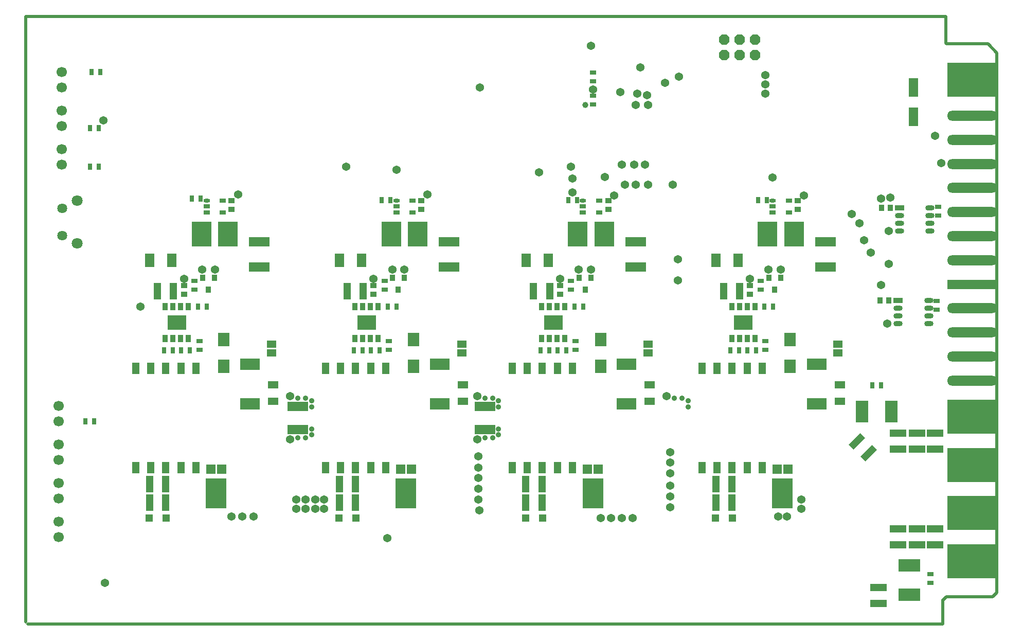
<source format=gts>
%FSTAX23Y23*%
%MOMM*%
%SFA1B1*%

%IPPOS*%
%AMD74*
4,1,4,-0.530860,-1.376680,1.376680,0.530860,0.530860,1.376680,-1.376680,-0.530860,-0.530860,-1.376680,0.0*
%
%AMD100*
4,1,8,0.419100,0.840740,-0.419100,0.840740,-0.840740,0.419100,-0.840740,-0.419100,-0.419100,-0.840740,0.419100,-0.840740,0.840740,-0.419100,0.840740,0.419100,0.419100,0.840740,0.0*
%
%ADD41C,0.499999*%
%ADD69R,0.799998X0.999998*%
%ADD70R,0.999998X0.799998*%
%ADD71R,3.599993X2.099996*%
%ADD72R,2.099996X3.599993*%
%ADD73R,2.699995X1.199998*%
G04~CAMADD=74~9~0.0~0.0~1063.0~472.4~0.0~0.0~0~0.0~0.0~0.0~0.0~0~0.0~0.0~0.0~0.0~0~0.0~0.0~0.0~225.0~1084.0~1083.0*
%ADD74D74*%
%ADD75R,3.399993X1.499997*%
%ADD76R,1.199998X2.699995*%
%ADD77R,0.859998X1.239998*%
%ADD78R,3.099994X2.359995*%
%ADD79R,1.899996X2.199996*%
%ADD80R,0.899998X0.999998*%
%ADD81R,1.799996X1.199998*%
%ADD82R,1.269997X1.979996*%
%ADD83R,1.299997X1.299997*%
%ADD84R,1.619997X2.279995*%
%ADD85R,3.199994X4.099992*%
%ADD86R,3.459993X4.959990*%
%ADD87R,1.489997X1.499997*%
%ADD88R,3.299993X1.899996*%
%ADD89R,1.499997X1.199998*%
%ADD90R,3.399993X1.649997*%
%ADD91O,1.099998X0.649999*%
%ADD92R,1.099998X0.649999*%
%ADD93R,0.999998X0.899998*%
%ADD94R,1.519997X3.119994*%
%ADD95R,1.499997X0.899998*%
%ADD96O,1.499997X0.899998*%
%ADD97R,8.229984X5.639989*%
%ADD98O,8.229984X1.629997*%
%ADD99R,8.229984X1.629997*%
G04~CAMADD=100~4~0.0~0.0~661.4~661.4~0.0~165.4~0~0.0~0.0~0.0~0.0~0~0.0~0.0~0.0~0.0~0~0.0~0.0~0.0~0.0~661.4~661.4*
%ADD100D100*%
%ADD101C,1.799996*%
%ADD102C,1.629997*%
%ADD103C,1.699997*%
%ADD104C,1.369997*%
%ADD105C,0.999998*%
%ADD106C,0.899998*%
%LNlv1-1*%
%LPD*%
G54D41*
X181859Y15239D02*
Y102869D01*
X181119Y14479D02*
X181859Y15219D01*
X181099Y14479D02*
X181119D01*
X173499D02*
X181099D01*
X173479Y14459D02*
X173499Y14479D01*
X172969Y13949D02*
X173479Y14459D01*
X172969Y09999D02*
Y13969D01*
X22349Y09999D02*
X172969D01*
X21999Y10409D02*
Y109979D01*
X22019Y109999D02*
X173479D01*
Y105659D02*
Y109999D01*
Y105659D02*
X173649Y105499D01*
X180089*
X180339*
X180429Y105409*
X181859Y103979*
Y103889D02*
Y103979D01*
Y102869D02*
Y103889D01*
G54D69*
X34019Y91689D03*
X32519D03*
X34019Y85339D03*
X32519D03*
X33259Y43429D03*
X31759D03*
X161299Y49279D03*
X162799D03*
X109489Y55039D03*
X110989D03*
X112279Y62229D03*
X113779D03*
X112759Y79759D03*
X111259D03*
X106689Y55039D03*
X108189D03*
X137929D03*
X139429D03*
X144009Y79759D03*
X142509D03*
X143519Y62229D03*
X145019D03*
X140729Y55039D03*
X142229D03*
X75959D03*
X77459D03*
X82029Y79759D03*
X80529D03*
X81549Y62229D03*
X83049D03*
X78749Y55039D03*
X80249D03*
X44719D03*
X46219D03*
X50789Y80009D03*
X49289D03*
X50299Y62229D03*
X51799D03*
X47509Y55039D03*
X49009D03*
X34279Y100839D03*
X32779D03*
G54D70*
X170939Y16779D03*
Y18279D03*
X111759Y65039D03*
Y66539D03*
X112519Y56629D03*
Y55129D03*
X143759Y56629D03*
Y55129D03*
X142999Y65039D03*
Y66539D03*
X81789Y56629D03*
Y55129D03*
X81029Y65039D03*
Y66539D03*
X50549Y56629D03*
Y55129D03*
X49779Y65039D03*
Y66539D03*
X115319Y95519D03*
Y97019D03*
Y99329D03*
Y100829D03*
X172209Y77229D03*
Y78729D03*
X171959Y63229D03*
Y61729D03*
G54D71*
X167389Y14819D03*
Y19719D03*
G54D72*
X159599Y44959D03*
X164499D03*
G54D73*
X171699Y23029D03*
Y25729D03*
X168659Y23029D03*
Y25729D03*
X165609Y23029D03*
Y25729D03*
X162309Y13379D03*
Y16079D03*
X171699Y38779D03*
Y41479D03*
X168659Y38779D03*
Y41479D03*
X165609Y38779D03*
Y41479D03*
G54D74*
X160719Y38159D03*
X158809Y40069D03*
G54D75*
X97539Y45839D03*
Y42039D03*
X66799Y45839D03*
Y42039D03*
G54D76*
X108279Y64769D03*
X105579D03*
X104309Y33019D03*
X107009D03*
X104309Y29969D03*
X107009D03*
X135559D03*
X138259D03*
X135559Y33019D03*
X138259D03*
X139529Y64769D03*
X136829D03*
X73579Y29969D03*
X76279D03*
X73579Y33019D03*
X76279D03*
X77549Y64769D03*
X74849D03*
X42339Y29969D03*
X45039D03*
X42339Y33019D03*
X45039D03*
X46309Y64769D03*
X43609D03*
G54D77*
X110739Y62229D03*
X109469D03*
X108199D03*
X106929D03*
X110739Y57019D03*
X109469D03*
X108199D03*
X106929D03*
X141989Y62229D03*
X140719D03*
X139449D03*
X138179D03*
X141989Y57019D03*
X140719D03*
X139449D03*
X138179D03*
X80009Y62229D03*
X78739D03*
X77469D03*
X76199D03*
X80009Y57019D03*
X78739D03*
X77469D03*
X76199D03*
X48769Y62229D03*
X47499D03*
X46229D03*
X44959D03*
X48769Y57019D03*
X47499D03*
X46229D03*
X44959D03*
G54D78*
X108839Y59629D03*
X140079D03*
X78109D03*
X46859D03*
G54D79*
X116589Y56809D03*
Y52409D03*
X147829Y56809D03*
Y52409D03*
X85849Y56809D03*
Y52409D03*
X54609Y56809D03*
Y52409D03*
G54D80*
X114049Y65039D03*
X115049Y67039D03*
X113049D03*
X145289Y65039D03*
X146289Y67039D03*
X144289D03*
X83309Y65039D03*
X84309Y67039D03*
X82309D03*
X52069Y65039D03*
X53069Y67039D03*
X51069D03*
X162619Y63249D03*
X164019D03*
X162879Y78489D03*
X164279D03*
G54D81*
X124709Y46659D03*
Y49359D03*
X155959Y46659D03*
Y49359D03*
X93979Y46659D03*
Y49359D03*
X62739Y46659D03*
Y49359D03*
G54D82*
X102049Y52129D03*
X104529D03*
X107009D03*
X109489D03*
X111969D03*
X102049Y35769D03*
X104529D03*
X107009D03*
X109489D03*
X111969D03*
X133299Y52129D03*
X135779D03*
X138259D03*
X140739D03*
X143219D03*
X133299Y35769D03*
X135779D03*
X138259D03*
X140739D03*
X143219D03*
X71319Y52129D03*
X73799D03*
X76279D03*
X78759D03*
X81239D03*
X71319Y35769D03*
X73799D03*
X76279D03*
X78759D03*
X81239D03*
X40079Y52129D03*
X42559D03*
X45039D03*
X47519D03*
X49999D03*
X40079Y35769D03*
X42559D03*
X45039D03*
X47519D03*
X49999D03*
G54D83*
X107059Y27429D03*
X104259D03*
X138309D03*
X135509D03*
X76329D03*
X73529D03*
X45089D03*
X42289D03*
G54D84*
X104329Y69849D03*
X108009D03*
X135569D03*
X139249D03*
X73599D03*
X77279D03*
X42359D03*
X46039D03*
G54D85*
X117259Y74169D03*
X112859D03*
X148499D03*
X144099D03*
X86529D03*
X82129D03*
X55289D03*
X50889D03*
G54D86*
X115319Y31499D03*
X146559D03*
X84579D03*
X53339D03*
G54D87*
X116239Y35479D03*
X114399D03*
X147479D03*
X145639D03*
X85499D03*
X83659D03*
X54259D03*
X52419D03*
G54D88*
X120899Y52779D03*
Y46279D03*
X152149Y52779D03*
Y46279D03*
X90169Y52779D03*
Y46279D03*
X58929Y52779D03*
Y46279D03*
G54D89*
X124459Y54619D03*
Y56119D03*
X155699Y54619D03*
Y56119D03*
X93729Y54619D03*
Y56119D03*
X62479Y54619D03*
Y56119D03*
G54D90*
X122429Y68769D03*
Y72969D03*
X153669Y68769D03*
Y72969D03*
X91689Y68769D03*
Y72969D03*
X60449Y68769D03*
Y72969D03*
G54D91*
X113709Y79689D03*
X144949D03*
X82979D03*
X51739D03*
G54D92*
X113709Y78739D03*
Y77789D03*
X116409Y79689D03*
Y77789D03*
X144949Y78739D03*
Y77789D03*
X147649Y79689D03*
Y77789D03*
X82979Y78739D03*
Y77789D03*
X85679Y79689D03*
Y77789D03*
X51739Y78739D03*
Y77789D03*
X54439Y79689D03*
Y77789D03*
G54D93*
X109979Y65719D03*
Y64319D03*
X117859Y79689D03*
Y78289D03*
X149099Y79689D03*
Y78289D03*
X141219Y65719D03*
Y64319D03*
X87119Y79689D03*
Y78289D03*
X79249Y65719D03*
Y64319D03*
X55879Y79689D03*
Y78289D03*
X48009Y65719D03*
Y64319D03*
G54D94*
X168149Y93549D03*
Y98359D03*
G54D95*
X165859Y78489D03*
X165609Y63249D03*
G54D96*
X165859Y77219D03*
Y75949D03*
Y74679D03*
X170859Y78489D03*
Y77219D03*
Y75949D03*
Y74679D03*
X165609Y61979D03*
Y60709D03*
Y59439D03*
X170609Y63249D03*
Y61979D03*
Y60709D03*
Y59439D03*
G54D97*
X177799Y20379D03*
Y28329D03*
Y36229D03*
Y44179D03*
Y99619D03*
G54D98*
X177799Y50089D03*
Y54059D03*
Y58019D03*
Y61979D03*
Y69909D03*
Y73869D03*
Y77829D03*
Y81789D03*
Y85759D03*
Y89719D03*
Y93679D03*
G54D99*
X177799Y65939D03*
G54D100*
X141989Y103629D03*
Y106169D03*
X139449Y103629D03*
Y106169D03*
X136909Y103629D03*
Y106169D03*
G54D101*
X30449Y79709D03*
Y72689D03*
G54D102*
X27969Y73949D03*
Y78449D03*
G54D103*
X27939Y100839D03*
Y98299D03*
Y91949D03*
Y94489D03*
Y85599D03*
Y88139D03*
X27429Y43429D03*
Y45969D03*
Y37079D03*
Y39619D03*
Y30729D03*
Y33269D03*
Y24379D03*
Y26919D03*
G54D104*
X127249Y99059D03*
X124459Y95499D03*
X119889Y97539D03*
X34799Y92959D03*
X115369Y97969D03*
X162809Y80009D03*
X164079Y74679D03*
X163829Y59439D03*
X124459Y82299D03*
X122429D03*
X120649D03*
X123949Y85599D03*
X122169D03*
X120139D03*
X111759Y85339D03*
X117349Y83569D03*
X74679Y85339D03*
X144949Y83489D03*
X82979Y84759D03*
X172719Y85849D03*
X171699Y90419D03*
X157989Y77469D03*
X159259Y75949D03*
X53089Y68329D03*
X51049D03*
X65529Y40389D03*
Y47499D03*
X79249Y66799D03*
X84329Y68329D03*
X82299D03*
X127509Y47499D03*
X141219Y66799D03*
X146299Y68329D03*
X144269D03*
X113029D03*
X115059D03*
X109979Y66799D03*
X96269Y47499D03*
Y40389D03*
X149609Y30479D03*
Y28959D03*
X145799Y27689D03*
X66549Y30479D03*
X68069D03*
X69599D03*
X71119D03*
X66549Y28959D03*
X68069D03*
X69599D03*
X71119D03*
X59439Y27689D03*
X57659D03*
X55879D03*
X48009Y66799D03*
X40889Y62229D03*
X128019Y29209D03*
Y30989D03*
Y32769D03*
Y34799D03*
Y36579D03*
Y38349D03*
X121919Y27429D03*
X120139D03*
X118359D03*
X116589D03*
X96519Y37589D03*
Y35809D03*
Y34039D03*
Y32259D03*
Y30479D03*
X96609Y28729D03*
X143759Y100329D03*
Y98809D03*
Y97279D03*
X129539Y100079D03*
X123189Y101599D03*
X124209Y97029D03*
X122429Y95499D03*
X122679Y97279D03*
X115059Y105159D03*
X56899Y80709D03*
X88139D03*
X118869Y80519D03*
X150109D03*
X162809Y65789D03*
X160019Y73149D03*
X161039Y71119D03*
X164019Y69279D03*
X164339Y80259D03*
X128519Y82299D03*
X112009Y81029D03*
Y83309D03*
X106429Y84329D03*
X96769Y98299D03*
X35039Y16779D03*
X81529Y24129D03*
X147319Y27689D03*
X129289Y66549D03*
Y70099D03*
G54D105*
X114049Y95499D03*
G54D106*
X68069Y40639D03*
Y47239D03*
X69089Y41149D03*
Y46739D03*
Y45719D03*
Y42159D03*
X66799Y40639D03*
Y47239D03*
X130049D03*
X131059Y46739D03*
Y45719D03*
X128779Y47239D03*
X97539D03*
Y40639D03*
X99819Y42159D03*
Y45719D03*
Y46739D03*
Y41149D03*
X98809Y47239D03*
Y40639D03*
M02*
</source>
